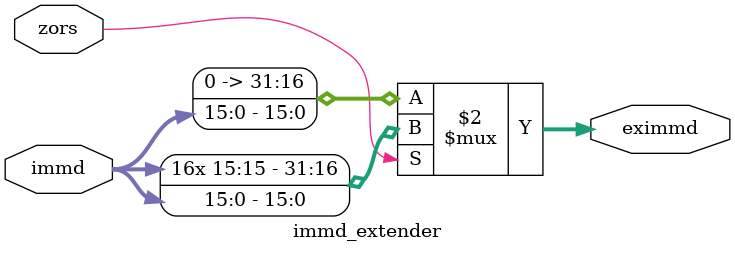
<source format=v>
`timescale 1ns / 100ps
`default_nettype none

module immd_extender(
    input wire [15:0] immd,
    input wire zors,
    output wire [31:0] eximmd);

    assign eximmd = zors == 1'b0 ? {16'b0, immd} : { {16{immd[15]}}, immd};

endmodule 

`default_nettype wire

</source>
